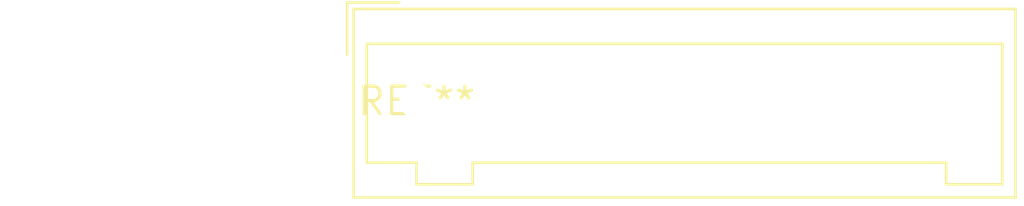
<source format=kicad_pcb>
(kicad_pcb (version 20240108) (generator pcbnew)
  (layers (0 "F.Cu" signal) (31 "B.Cu" signal) (34 "B.Paste" user) (35 "F.Paste" user) (36 "B.SilkS" user "B.Silkscreen") (37 "F.SilkS" user "F.Silkscreen") (38 "B.Mask" user) (39 "F.Mask" user) (44 "Edge.Cuts" user))
  (net 0 "")
  (footprint "Wago_734-138_1x08_P3.50mm_Vertical" (layer "F.Cu") (at 0 0)
    (property "Reference" "REF**")
    (property "Value" "Wago_734-138_1x08_P3.50mm_Vertical")
    (fp_line (start -3.21 -4.56) (end -0.8 -4.56) (layer "F.SilkS") (stroke (width 0.12)))
    (fp_line (start -3.21 -2.15) (end -3.21 -4.56) (layer "F.SilkS") (stroke (width 0.12)))
    (fp_line (start -2.91 -4.26) (end -2.91 4.46) (layer "F.SilkS") (stroke (width 0.12)))
    (fp_line (start -2.91 4.46) (end 27.71 4.46) (layer "F.SilkS") (stroke (width 0.12)))
    (fp_line (start -2.3 -2.65) (end -2.3 2.85) (layer "F.SilkS") (stroke (width 0.12)))
    (fp_line (start -2.3 2.85) (end 0 2.85) (layer "F.SilkS") (stroke (width 0.12)))
    (fp_line (start 0 2.85) (end 0 3.85) (layer "F.SilkS") (stroke (width 0.12)))
    (fp_line (start 0 3.85) (end 2.6 3.85) (layer "F.SilkS") (stroke (width 0.12)))
    (fp_line (start 2.6 2.85) (end 24.5 2.85) (layer "F.SilkS") (stroke (width 0.12)))
    (fp_line (start 2.6 3.85) (end 2.6 2.85) (layer "F.SilkS") (stroke (width 0.12)))
    (fp_line (start 24.5 2.85) (end 24.5 3.85) (layer "F.SilkS") (stroke (width 0.12)))
    (fp_line (start 24.5 3.85) (end 27.1 3.85) (layer "F.SilkS") (stroke (width 0.12)))
    (fp_line (start 27.1 -2.65) (end -2.3 -2.65) (layer "F.SilkS") (stroke (width 0.12)))
    (fp_line (start 27.1 3.85) (end 27.1 -2.65) (layer "F.SilkS") (stroke (width 0.12)))
    (fp_line (start 27.71 -4.26) (end -2.91 -4.26) (layer "F.SilkS") (stroke (width 0.12)))
    (fp_line (start 27.71 4.46) (end 27.71 -4.26) (layer "F.SilkS") (stroke (width 0.12)))
    (pad "1" thru_hole roundrect (at 0 0) (size 2 2.6) (drill 1.6) (layers *.Cu *.Mask) (remove_unused_layers) (roundrect_rratio 0.125))
    (pad "2" thru_hole oval (at 3.5 0) (size 2 2.6) (drill 1.6) (layers *.Cu *.Mask) (remove_unused_layers))
    (pad "3" thru_hole oval (at 7 0) (size 2 2.6) (drill 1.6) (layers *.Cu *.Mask) (remove_unused_layers))
    (pad "4" thru_hole oval (at 10.5 0) (size 2 2.6) (drill 1.6) (layers *.Cu *.Mask) (remove_unused_layers))
    (pad "5" thru_hole oval (at 14 0) (size 2 2.6) (drill 1.6) (layers *.Cu *.Mask) (remove_unused_layers))
    (pad "6" thru_hole oval (at 17.5 0) (size 2 2.6) (drill 1.6) (layers *.Cu *.Mask) (remove_unused_layers))
    (pad "7" thru_hole oval (at 21 0) (size 2 2.6) (drill 1.6) (layers *.Cu *.Mask) (remove_unused_layers))
    (pad "8" thru_hole oval (at 24.5 0) (size 2 2.6) (drill 1.6) (layers *.Cu *.Mask) (remove_unused_layers))
  )
)
</source>
